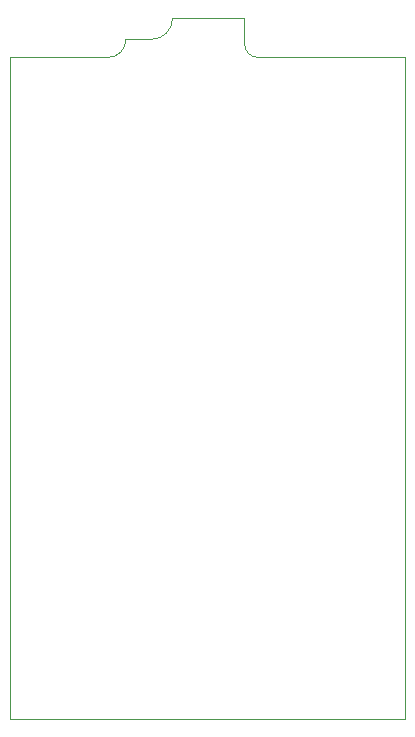
<source format=gbr>
%TF.GenerationSoftware,KiCad,Pcbnew,8.0.7+dfsg-2*%
%TF.CreationDate,2024-12-30T00:21:24+01:00*%
%TF.ProjectId,strobe-torch,7374726f-6265-42d7-946f-7263682e6b69,1.1*%
%TF.SameCoordinates,Original*%
%TF.FileFunction,Profile,NP*%
%FSLAX46Y46*%
G04 Gerber Fmt 4.6, Leading zero omitted, Abs format (unit mm)*
G04 Created by KiCad (PCBNEW 8.0.7+dfsg-2) date 2024-12-30 00:21:24*
%MOMM*%
%LPD*%
G01*
G04 APERTURE LIST*
%TA.AperFunction,Profile*%
%ADD10C,0.100000*%
%TD*%
G04 APERTURE END LIST*
D10*
X140081000Y-69469000D02*
X142240000Y-69469000D01*
X140081000Y-69469000D02*
G75*
G02*
X138557000Y-70993000I-1524000J0D01*
G01*
X144018000Y-67691000D02*
G75*
G02*
X142240000Y-69469000I-1778000J0D01*
G01*
X151257000Y-70993000D02*
G75*
G02*
X150114000Y-69850000I0J1143000D01*
G01*
X150114000Y-67691000D02*
X150114000Y-69850000D01*
X138557000Y-70993000D02*
X130302000Y-70993000D01*
X163703000Y-70993000D02*
X151257000Y-70993000D01*
X163703000Y-127000000D02*
X163703000Y-70993000D01*
X130302000Y-70993000D02*
X130302000Y-127000000D01*
X144018000Y-67691000D02*
X150114000Y-67691000D01*
X130302000Y-127000000D02*
X163703000Y-127000000D01*
M02*

</source>
